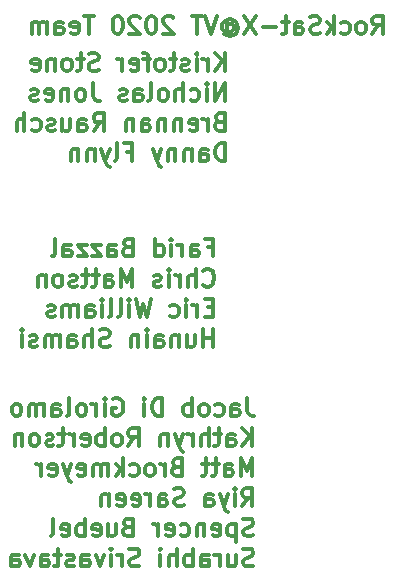
<source format=gbr>
G04 #@! TF.GenerationSoftware,KiCad,Pcbnew,(5.1.5)-3*
G04 #@! TF.CreationDate,2020-04-13T17:51:19-04:00*
G04 #@! TF.ProjectId,Deck_Plate_PCB,4465636b-5f50-46c6-9174-655f5043422e,A*
G04 #@! TF.SameCoordinates,Original*
G04 #@! TF.FileFunction,Legend,Bot*
G04 #@! TF.FilePolarity,Positive*
%FSLAX46Y46*%
G04 Gerber Fmt 4.6, Leading zero omitted, Abs format (unit mm)*
G04 Created by KiCad (PCBNEW (5.1.5)-3) date 2020-04-13 17:51:19*
%MOMM*%
%LPD*%
G04 APERTURE LIST*
%ADD10C,0.300000*%
G04 APERTURE END LIST*
D10*
X112810000Y-55108571D02*
X113310000Y-54394285D01*
X113667142Y-55108571D02*
X113667142Y-53608571D01*
X113095714Y-53608571D01*
X112952857Y-53680000D01*
X112881428Y-53751428D01*
X112810000Y-53894285D01*
X112810000Y-54108571D01*
X112881428Y-54251428D01*
X112952857Y-54322857D01*
X113095714Y-54394285D01*
X113667142Y-54394285D01*
X111952857Y-55108571D02*
X112095714Y-55037142D01*
X112167142Y-54965714D01*
X112238571Y-54822857D01*
X112238571Y-54394285D01*
X112167142Y-54251428D01*
X112095714Y-54180000D01*
X111952857Y-54108571D01*
X111738571Y-54108571D01*
X111595714Y-54180000D01*
X111524285Y-54251428D01*
X111452857Y-54394285D01*
X111452857Y-54822857D01*
X111524285Y-54965714D01*
X111595714Y-55037142D01*
X111738571Y-55108571D01*
X111952857Y-55108571D01*
X110167142Y-55037142D02*
X110310000Y-55108571D01*
X110595714Y-55108571D01*
X110738571Y-55037142D01*
X110810000Y-54965714D01*
X110881428Y-54822857D01*
X110881428Y-54394285D01*
X110810000Y-54251428D01*
X110738571Y-54180000D01*
X110595714Y-54108571D01*
X110310000Y-54108571D01*
X110167142Y-54180000D01*
X109524285Y-55108571D02*
X109524285Y-53608571D01*
X109381428Y-54537142D02*
X108952857Y-55108571D01*
X108952857Y-54108571D02*
X109524285Y-54680000D01*
X108381428Y-55037142D02*
X108167142Y-55108571D01*
X107810000Y-55108571D01*
X107667142Y-55037142D01*
X107595714Y-54965714D01*
X107524285Y-54822857D01*
X107524285Y-54680000D01*
X107595714Y-54537142D01*
X107667142Y-54465714D01*
X107810000Y-54394285D01*
X108095714Y-54322857D01*
X108238571Y-54251428D01*
X108310000Y-54180000D01*
X108381428Y-54037142D01*
X108381428Y-53894285D01*
X108310000Y-53751428D01*
X108238571Y-53680000D01*
X108095714Y-53608571D01*
X107738571Y-53608571D01*
X107524285Y-53680000D01*
X106238571Y-55108571D02*
X106238571Y-54322857D01*
X106310000Y-54180000D01*
X106452857Y-54108571D01*
X106738571Y-54108571D01*
X106881428Y-54180000D01*
X106238571Y-55037142D02*
X106381428Y-55108571D01*
X106738571Y-55108571D01*
X106881428Y-55037142D01*
X106952857Y-54894285D01*
X106952857Y-54751428D01*
X106881428Y-54608571D01*
X106738571Y-54537142D01*
X106381428Y-54537142D01*
X106238571Y-54465714D01*
X105738571Y-54108571D02*
X105167142Y-54108571D01*
X105524285Y-53608571D02*
X105524285Y-54894285D01*
X105452857Y-55037142D01*
X105310000Y-55108571D01*
X105167142Y-55108571D01*
X104667142Y-54537142D02*
X103524285Y-54537142D01*
X102952857Y-53608571D02*
X101952857Y-55108571D01*
X101952857Y-53608571D02*
X102952857Y-55108571D01*
X100452857Y-54394285D02*
X100524285Y-54322857D01*
X100667142Y-54251428D01*
X100810000Y-54251428D01*
X100952857Y-54322857D01*
X101024285Y-54394285D01*
X101095714Y-54537142D01*
X101095714Y-54680000D01*
X101024285Y-54822857D01*
X100952857Y-54894285D01*
X100810000Y-54965714D01*
X100667142Y-54965714D01*
X100524285Y-54894285D01*
X100452857Y-54822857D01*
X100452857Y-54251428D02*
X100452857Y-54822857D01*
X100381428Y-54894285D01*
X100310000Y-54894285D01*
X100167142Y-54822857D01*
X100095714Y-54680000D01*
X100095714Y-54322857D01*
X100238571Y-54108571D01*
X100452857Y-53965714D01*
X100738571Y-53894285D01*
X101024285Y-53965714D01*
X101238571Y-54108571D01*
X101381428Y-54322857D01*
X101452857Y-54608571D01*
X101381428Y-54894285D01*
X101238571Y-55108571D01*
X101024285Y-55251428D01*
X100738571Y-55322857D01*
X100452857Y-55251428D01*
X100238571Y-55108571D01*
X99667142Y-53608571D02*
X99167142Y-55108571D01*
X98667142Y-53608571D01*
X98381428Y-53608571D02*
X97524285Y-53608571D01*
X97952857Y-55108571D02*
X97952857Y-53608571D01*
X95952857Y-53751428D02*
X95881428Y-53680000D01*
X95738571Y-53608571D01*
X95381428Y-53608571D01*
X95238571Y-53680000D01*
X95167142Y-53751428D01*
X95095714Y-53894285D01*
X95095714Y-54037142D01*
X95167142Y-54251428D01*
X96024285Y-55108571D01*
X95095714Y-55108571D01*
X94167142Y-53608571D02*
X94024285Y-53608571D01*
X93881428Y-53680000D01*
X93810000Y-53751428D01*
X93738571Y-53894285D01*
X93667142Y-54180000D01*
X93667142Y-54537142D01*
X93738571Y-54822857D01*
X93810000Y-54965714D01*
X93881428Y-55037142D01*
X94024285Y-55108571D01*
X94167142Y-55108571D01*
X94310000Y-55037142D01*
X94381428Y-54965714D01*
X94452857Y-54822857D01*
X94524285Y-54537142D01*
X94524285Y-54180000D01*
X94452857Y-53894285D01*
X94381428Y-53751428D01*
X94310000Y-53680000D01*
X94167142Y-53608571D01*
X93095714Y-53751428D02*
X93024285Y-53680000D01*
X92881428Y-53608571D01*
X92524285Y-53608571D01*
X92381428Y-53680000D01*
X92310000Y-53751428D01*
X92238571Y-53894285D01*
X92238571Y-54037142D01*
X92310000Y-54251428D01*
X93167142Y-55108571D01*
X92238571Y-55108571D01*
X91310000Y-53608571D02*
X91167142Y-53608571D01*
X91024285Y-53680000D01*
X90952857Y-53751428D01*
X90881428Y-53894285D01*
X90810000Y-54180000D01*
X90810000Y-54537142D01*
X90881428Y-54822857D01*
X90952857Y-54965714D01*
X91024285Y-55037142D01*
X91167142Y-55108571D01*
X91310000Y-55108571D01*
X91452857Y-55037142D01*
X91524285Y-54965714D01*
X91595714Y-54822857D01*
X91667142Y-54537142D01*
X91667142Y-54180000D01*
X91595714Y-53894285D01*
X91524285Y-53751428D01*
X91452857Y-53680000D01*
X91310000Y-53608571D01*
X89238571Y-53608571D02*
X88381428Y-53608571D01*
X88810000Y-55108571D02*
X88810000Y-53608571D01*
X87310000Y-55037142D02*
X87452857Y-55108571D01*
X87738571Y-55108571D01*
X87881428Y-55037142D01*
X87952857Y-54894285D01*
X87952857Y-54322857D01*
X87881428Y-54180000D01*
X87738571Y-54108571D01*
X87452857Y-54108571D01*
X87310000Y-54180000D01*
X87238571Y-54322857D01*
X87238571Y-54465714D01*
X87952857Y-54608571D01*
X85952857Y-55108571D02*
X85952857Y-54322857D01*
X86024285Y-54180000D01*
X86167142Y-54108571D01*
X86452857Y-54108571D01*
X86595714Y-54180000D01*
X85952857Y-55037142D02*
X86095714Y-55108571D01*
X86452857Y-55108571D01*
X86595714Y-55037142D01*
X86667142Y-54894285D01*
X86667142Y-54751428D01*
X86595714Y-54608571D01*
X86452857Y-54537142D01*
X86095714Y-54537142D01*
X85952857Y-54465714D01*
X85238571Y-55108571D02*
X85238571Y-54108571D01*
X85238571Y-54251428D02*
X85167142Y-54180000D01*
X85024285Y-54108571D01*
X84810000Y-54108571D01*
X84667142Y-54180000D01*
X84595714Y-54322857D01*
X84595714Y-55108571D01*
X84595714Y-54322857D02*
X84524285Y-54180000D01*
X84381428Y-54108571D01*
X84167142Y-54108571D01*
X84024285Y-54180000D01*
X83952857Y-54322857D01*
X83952857Y-55108571D01*
X102219285Y-85963571D02*
X102219285Y-87035000D01*
X102290714Y-87249285D01*
X102433571Y-87392142D01*
X102647857Y-87463571D01*
X102790714Y-87463571D01*
X100862142Y-87463571D02*
X100862142Y-86677857D01*
X100933571Y-86535000D01*
X101076428Y-86463571D01*
X101362142Y-86463571D01*
X101505000Y-86535000D01*
X100862142Y-87392142D02*
X101005000Y-87463571D01*
X101362142Y-87463571D01*
X101505000Y-87392142D01*
X101576428Y-87249285D01*
X101576428Y-87106428D01*
X101505000Y-86963571D01*
X101362142Y-86892142D01*
X101005000Y-86892142D01*
X100862142Y-86820714D01*
X99505000Y-87392142D02*
X99647857Y-87463571D01*
X99933571Y-87463571D01*
X100076428Y-87392142D01*
X100147857Y-87320714D01*
X100219285Y-87177857D01*
X100219285Y-86749285D01*
X100147857Y-86606428D01*
X100076428Y-86535000D01*
X99933571Y-86463571D01*
X99647857Y-86463571D01*
X99505000Y-86535000D01*
X98647857Y-87463571D02*
X98790714Y-87392142D01*
X98862142Y-87320714D01*
X98933571Y-87177857D01*
X98933571Y-86749285D01*
X98862142Y-86606428D01*
X98790714Y-86535000D01*
X98647857Y-86463571D01*
X98433571Y-86463571D01*
X98290714Y-86535000D01*
X98219285Y-86606428D01*
X98147857Y-86749285D01*
X98147857Y-87177857D01*
X98219285Y-87320714D01*
X98290714Y-87392142D01*
X98433571Y-87463571D01*
X98647857Y-87463571D01*
X97505000Y-87463571D02*
X97505000Y-85963571D01*
X97505000Y-86535000D02*
X97362142Y-86463571D01*
X97076428Y-86463571D01*
X96933571Y-86535000D01*
X96862142Y-86606428D01*
X96790714Y-86749285D01*
X96790714Y-87177857D01*
X96862142Y-87320714D01*
X96933571Y-87392142D01*
X97076428Y-87463571D01*
X97362142Y-87463571D01*
X97505000Y-87392142D01*
X95005000Y-87463571D02*
X95005000Y-85963571D01*
X94647857Y-85963571D01*
X94433571Y-86035000D01*
X94290714Y-86177857D01*
X94219285Y-86320714D01*
X94147857Y-86606428D01*
X94147857Y-86820714D01*
X94219285Y-87106428D01*
X94290714Y-87249285D01*
X94433571Y-87392142D01*
X94647857Y-87463571D01*
X95005000Y-87463571D01*
X93505000Y-87463571D02*
X93505000Y-86463571D01*
X93505000Y-85963571D02*
X93576428Y-86035000D01*
X93505000Y-86106428D01*
X93433571Y-86035000D01*
X93505000Y-85963571D01*
X93505000Y-86106428D01*
X90862142Y-86035000D02*
X91005000Y-85963571D01*
X91219285Y-85963571D01*
X91433571Y-86035000D01*
X91576428Y-86177857D01*
X91647857Y-86320714D01*
X91719285Y-86606428D01*
X91719285Y-86820714D01*
X91647857Y-87106428D01*
X91576428Y-87249285D01*
X91433571Y-87392142D01*
X91219285Y-87463571D01*
X91076428Y-87463571D01*
X90862142Y-87392142D01*
X90790714Y-87320714D01*
X90790714Y-86820714D01*
X91076428Y-86820714D01*
X90147857Y-87463571D02*
X90147857Y-86463571D01*
X90147857Y-85963571D02*
X90219285Y-86035000D01*
X90147857Y-86106428D01*
X90076428Y-86035000D01*
X90147857Y-85963571D01*
X90147857Y-86106428D01*
X89433571Y-87463571D02*
X89433571Y-86463571D01*
X89433571Y-86749285D02*
X89362142Y-86606428D01*
X89290714Y-86535000D01*
X89147857Y-86463571D01*
X89005000Y-86463571D01*
X88290714Y-87463571D02*
X88433571Y-87392142D01*
X88505000Y-87320714D01*
X88576428Y-87177857D01*
X88576428Y-86749285D01*
X88505000Y-86606428D01*
X88433571Y-86535000D01*
X88290714Y-86463571D01*
X88076428Y-86463571D01*
X87933571Y-86535000D01*
X87862142Y-86606428D01*
X87790714Y-86749285D01*
X87790714Y-87177857D01*
X87862142Y-87320714D01*
X87933571Y-87392142D01*
X88076428Y-87463571D01*
X88290714Y-87463571D01*
X86933571Y-87463571D02*
X87076428Y-87392142D01*
X87147857Y-87249285D01*
X87147857Y-85963571D01*
X85719285Y-87463571D02*
X85719285Y-86677857D01*
X85790714Y-86535000D01*
X85933571Y-86463571D01*
X86219285Y-86463571D01*
X86362142Y-86535000D01*
X85719285Y-87392142D02*
X85862142Y-87463571D01*
X86219285Y-87463571D01*
X86362142Y-87392142D01*
X86433571Y-87249285D01*
X86433571Y-87106428D01*
X86362142Y-86963571D01*
X86219285Y-86892142D01*
X85862142Y-86892142D01*
X85719285Y-86820714D01*
X85005000Y-87463571D02*
X85005000Y-86463571D01*
X85005000Y-86606428D02*
X84933571Y-86535000D01*
X84790714Y-86463571D01*
X84576428Y-86463571D01*
X84433571Y-86535000D01*
X84362142Y-86677857D01*
X84362142Y-87463571D01*
X84362142Y-86677857D02*
X84290714Y-86535000D01*
X84147857Y-86463571D01*
X83933571Y-86463571D01*
X83790714Y-86535000D01*
X83719285Y-86677857D01*
X83719285Y-87463571D01*
X82790714Y-87463571D02*
X82933571Y-87392142D01*
X83005000Y-87320714D01*
X83076428Y-87177857D01*
X83076428Y-86749285D01*
X83005000Y-86606428D01*
X82933571Y-86535000D01*
X82790714Y-86463571D01*
X82576428Y-86463571D01*
X82433571Y-86535000D01*
X82362142Y-86606428D01*
X82290714Y-86749285D01*
X82290714Y-87177857D01*
X82362142Y-87320714D01*
X82433571Y-87392142D01*
X82576428Y-87463571D01*
X82790714Y-87463571D01*
X102647857Y-90013571D02*
X102647857Y-88513571D01*
X101790714Y-90013571D02*
X102433571Y-89156428D01*
X101790714Y-88513571D02*
X102647857Y-89370714D01*
X100505000Y-90013571D02*
X100505000Y-89227857D01*
X100576428Y-89085000D01*
X100719285Y-89013571D01*
X101005000Y-89013571D01*
X101147857Y-89085000D01*
X100505000Y-89942142D02*
X100647857Y-90013571D01*
X101005000Y-90013571D01*
X101147857Y-89942142D01*
X101219285Y-89799285D01*
X101219285Y-89656428D01*
X101147857Y-89513571D01*
X101005000Y-89442142D01*
X100647857Y-89442142D01*
X100505000Y-89370714D01*
X100005000Y-89013571D02*
X99433571Y-89013571D01*
X99790714Y-88513571D02*
X99790714Y-89799285D01*
X99719285Y-89942142D01*
X99576428Y-90013571D01*
X99433571Y-90013571D01*
X98933571Y-90013571D02*
X98933571Y-88513571D01*
X98290714Y-90013571D02*
X98290714Y-89227857D01*
X98362142Y-89085000D01*
X98504999Y-89013571D01*
X98719285Y-89013571D01*
X98862142Y-89085000D01*
X98933571Y-89156428D01*
X97576428Y-90013571D02*
X97576428Y-89013571D01*
X97576428Y-89299285D02*
X97504999Y-89156428D01*
X97433571Y-89085000D01*
X97290714Y-89013571D01*
X97147857Y-89013571D01*
X96790714Y-89013571D02*
X96433571Y-90013571D01*
X96076428Y-89013571D02*
X96433571Y-90013571D01*
X96576428Y-90370714D01*
X96647857Y-90442142D01*
X96790714Y-90513571D01*
X95504999Y-89013571D02*
X95504999Y-90013571D01*
X95504999Y-89156428D02*
X95433571Y-89085000D01*
X95290714Y-89013571D01*
X95076428Y-89013571D01*
X94933571Y-89085000D01*
X94862142Y-89227857D01*
X94862142Y-90013571D01*
X92147857Y-90013571D02*
X92647857Y-89299285D01*
X93004999Y-90013571D02*
X93004999Y-88513571D01*
X92433571Y-88513571D01*
X92290714Y-88585000D01*
X92219285Y-88656428D01*
X92147857Y-88799285D01*
X92147857Y-89013571D01*
X92219285Y-89156428D01*
X92290714Y-89227857D01*
X92433571Y-89299285D01*
X93004999Y-89299285D01*
X91290714Y-90013571D02*
X91433571Y-89942142D01*
X91504999Y-89870714D01*
X91576428Y-89727857D01*
X91576428Y-89299285D01*
X91504999Y-89156428D01*
X91433571Y-89085000D01*
X91290714Y-89013571D01*
X91076428Y-89013571D01*
X90933571Y-89085000D01*
X90862142Y-89156428D01*
X90790714Y-89299285D01*
X90790714Y-89727857D01*
X90862142Y-89870714D01*
X90933571Y-89942142D01*
X91076428Y-90013571D01*
X91290714Y-90013571D01*
X90147857Y-90013571D02*
X90147857Y-88513571D01*
X90147857Y-89085000D02*
X90004999Y-89013571D01*
X89719285Y-89013571D01*
X89576428Y-89085000D01*
X89504999Y-89156428D01*
X89433571Y-89299285D01*
X89433571Y-89727857D01*
X89504999Y-89870714D01*
X89576428Y-89942142D01*
X89719285Y-90013571D01*
X90004999Y-90013571D01*
X90147857Y-89942142D01*
X88219285Y-89942142D02*
X88362142Y-90013571D01*
X88647857Y-90013571D01*
X88790714Y-89942142D01*
X88862142Y-89799285D01*
X88862142Y-89227857D01*
X88790714Y-89085000D01*
X88647857Y-89013571D01*
X88362142Y-89013571D01*
X88219285Y-89085000D01*
X88147857Y-89227857D01*
X88147857Y-89370714D01*
X88862142Y-89513571D01*
X87504999Y-90013571D02*
X87504999Y-89013571D01*
X87504999Y-89299285D02*
X87433571Y-89156428D01*
X87362142Y-89085000D01*
X87219285Y-89013571D01*
X87076428Y-89013571D01*
X86790714Y-89013571D02*
X86219285Y-89013571D01*
X86576428Y-88513571D02*
X86576428Y-89799285D01*
X86504999Y-89942142D01*
X86362142Y-90013571D01*
X86219285Y-90013571D01*
X85790714Y-89942142D02*
X85647857Y-90013571D01*
X85362142Y-90013571D01*
X85219285Y-89942142D01*
X85147857Y-89799285D01*
X85147857Y-89727857D01*
X85219285Y-89585000D01*
X85362142Y-89513571D01*
X85576428Y-89513571D01*
X85719285Y-89442142D01*
X85790714Y-89299285D01*
X85790714Y-89227857D01*
X85719285Y-89085000D01*
X85576428Y-89013571D01*
X85362142Y-89013571D01*
X85219285Y-89085000D01*
X84290714Y-90013571D02*
X84433571Y-89942142D01*
X84504999Y-89870714D01*
X84576428Y-89727857D01*
X84576428Y-89299285D01*
X84504999Y-89156428D01*
X84433571Y-89085000D01*
X84290714Y-89013571D01*
X84076428Y-89013571D01*
X83933571Y-89085000D01*
X83862142Y-89156428D01*
X83790714Y-89299285D01*
X83790714Y-89727857D01*
X83862142Y-89870714D01*
X83933571Y-89942142D01*
X84076428Y-90013571D01*
X84290714Y-90013571D01*
X83147857Y-89013571D02*
X83147857Y-90013571D01*
X83147857Y-89156428D02*
X83076428Y-89085000D01*
X82933571Y-89013571D01*
X82719285Y-89013571D01*
X82576428Y-89085000D01*
X82504999Y-89227857D01*
X82504999Y-90013571D01*
X102647857Y-92563571D02*
X102647857Y-91063571D01*
X102147857Y-92135000D01*
X101647857Y-91063571D01*
X101647857Y-92563571D01*
X100290714Y-92563571D02*
X100290714Y-91777857D01*
X100362142Y-91635000D01*
X100505000Y-91563571D01*
X100790714Y-91563571D01*
X100933571Y-91635000D01*
X100290714Y-92492142D02*
X100433571Y-92563571D01*
X100790714Y-92563571D01*
X100933571Y-92492142D01*
X101005000Y-92349285D01*
X101005000Y-92206428D01*
X100933571Y-92063571D01*
X100790714Y-91992142D01*
X100433571Y-91992142D01*
X100290714Y-91920714D01*
X99790714Y-91563571D02*
X99219285Y-91563571D01*
X99576428Y-91063571D02*
X99576428Y-92349285D01*
X99505000Y-92492142D01*
X99362142Y-92563571D01*
X99219285Y-92563571D01*
X98933571Y-91563571D02*
X98362142Y-91563571D01*
X98719285Y-91063571D02*
X98719285Y-92349285D01*
X98647857Y-92492142D01*
X98505000Y-92563571D01*
X98362142Y-92563571D01*
X96219285Y-91777857D02*
X96005000Y-91849285D01*
X95933571Y-91920714D01*
X95862142Y-92063571D01*
X95862142Y-92277857D01*
X95933571Y-92420714D01*
X96005000Y-92492142D01*
X96147857Y-92563571D01*
X96719285Y-92563571D01*
X96719285Y-91063571D01*
X96219285Y-91063571D01*
X96076428Y-91135000D01*
X96005000Y-91206428D01*
X95933571Y-91349285D01*
X95933571Y-91492142D01*
X96005000Y-91635000D01*
X96076428Y-91706428D01*
X96219285Y-91777857D01*
X96719285Y-91777857D01*
X95219285Y-92563571D02*
X95219285Y-91563571D01*
X95219285Y-91849285D02*
X95147857Y-91706428D01*
X95076428Y-91635000D01*
X94933571Y-91563571D01*
X94790714Y-91563571D01*
X94076428Y-92563571D02*
X94219285Y-92492142D01*
X94290714Y-92420714D01*
X94362142Y-92277857D01*
X94362142Y-91849285D01*
X94290714Y-91706428D01*
X94219285Y-91635000D01*
X94076428Y-91563571D01*
X93862142Y-91563571D01*
X93719285Y-91635000D01*
X93647857Y-91706428D01*
X93576428Y-91849285D01*
X93576428Y-92277857D01*
X93647857Y-92420714D01*
X93719285Y-92492142D01*
X93862142Y-92563571D01*
X94076428Y-92563571D01*
X92290714Y-92492142D02*
X92433571Y-92563571D01*
X92719285Y-92563571D01*
X92862142Y-92492142D01*
X92933571Y-92420714D01*
X93005000Y-92277857D01*
X93005000Y-91849285D01*
X92933571Y-91706428D01*
X92862142Y-91635000D01*
X92719285Y-91563571D01*
X92433571Y-91563571D01*
X92290714Y-91635000D01*
X91647857Y-92563571D02*
X91647857Y-91063571D01*
X91505000Y-91992142D02*
X91076428Y-92563571D01*
X91076428Y-91563571D02*
X91647857Y-92135000D01*
X90433571Y-92563571D02*
X90433571Y-91563571D01*
X90433571Y-91706428D02*
X90362142Y-91635000D01*
X90219285Y-91563571D01*
X90005000Y-91563571D01*
X89862142Y-91635000D01*
X89790714Y-91777857D01*
X89790714Y-92563571D01*
X89790714Y-91777857D02*
X89719285Y-91635000D01*
X89576428Y-91563571D01*
X89362142Y-91563571D01*
X89219285Y-91635000D01*
X89147857Y-91777857D01*
X89147857Y-92563571D01*
X87862142Y-92492142D02*
X88005000Y-92563571D01*
X88290714Y-92563571D01*
X88433571Y-92492142D01*
X88505000Y-92349285D01*
X88505000Y-91777857D01*
X88433571Y-91635000D01*
X88290714Y-91563571D01*
X88005000Y-91563571D01*
X87862142Y-91635000D01*
X87790714Y-91777857D01*
X87790714Y-91920714D01*
X88505000Y-92063571D01*
X87290714Y-91563571D02*
X86933571Y-92563571D01*
X86576428Y-91563571D02*
X86933571Y-92563571D01*
X87076428Y-92920714D01*
X87147857Y-92992142D01*
X87290714Y-93063571D01*
X85433571Y-92492142D02*
X85576428Y-92563571D01*
X85862142Y-92563571D01*
X86005000Y-92492142D01*
X86076428Y-92349285D01*
X86076428Y-91777857D01*
X86005000Y-91635000D01*
X85862142Y-91563571D01*
X85576428Y-91563571D01*
X85433571Y-91635000D01*
X85362142Y-91777857D01*
X85362142Y-91920714D01*
X86076428Y-92063571D01*
X84719285Y-92563571D02*
X84719285Y-91563571D01*
X84719285Y-91849285D02*
X84647857Y-91706428D01*
X84576428Y-91635000D01*
X84433571Y-91563571D01*
X84290714Y-91563571D01*
X101790714Y-95113571D02*
X102290714Y-94399285D01*
X102647857Y-95113571D02*
X102647857Y-93613571D01*
X102076428Y-93613571D01*
X101933571Y-93685000D01*
X101862142Y-93756428D01*
X101790714Y-93899285D01*
X101790714Y-94113571D01*
X101862142Y-94256428D01*
X101933571Y-94327857D01*
X102076428Y-94399285D01*
X102647857Y-94399285D01*
X101147857Y-95113571D02*
X101147857Y-94113571D01*
X101147857Y-93613571D02*
X101219285Y-93685000D01*
X101147857Y-93756428D01*
X101076428Y-93685000D01*
X101147857Y-93613571D01*
X101147857Y-93756428D01*
X100576428Y-94113571D02*
X100219285Y-95113571D01*
X99862142Y-94113571D02*
X100219285Y-95113571D01*
X100362142Y-95470714D01*
X100433571Y-95542142D01*
X100576428Y-95613571D01*
X98647857Y-95113571D02*
X98647857Y-94327857D01*
X98719285Y-94185000D01*
X98862142Y-94113571D01*
X99147857Y-94113571D01*
X99290714Y-94185000D01*
X98647857Y-95042142D02*
X98790714Y-95113571D01*
X99147857Y-95113571D01*
X99290714Y-95042142D01*
X99362142Y-94899285D01*
X99362142Y-94756428D01*
X99290714Y-94613571D01*
X99147857Y-94542142D01*
X98790714Y-94542142D01*
X98647857Y-94470714D01*
X96862142Y-95042142D02*
X96647857Y-95113571D01*
X96290714Y-95113571D01*
X96147857Y-95042142D01*
X96076428Y-94970714D01*
X96005000Y-94827857D01*
X96005000Y-94685000D01*
X96076428Y-94542142D01*
X96147857Y-94470714D01*
X96290714Y-94399285D01*
X96576428Y-94327857D01*
X96719285Y-94256428D01*
X96790714Y-94185000D01*
X96862142Y-94042142D01*
X96862142Y-93899285D01*
X96790714Y-93756428D01*
X96719285Y-93685000D01*
X96576428Y-93613571D01*
X96219285Y-93613571D01*
X96005000Y-93685000D01*
X94719285Y-95113571D02*
X94719285Y-94327857D01*
X94790714Y-94185000D01*
X94933571Y-94113571D01*
X95219285Y-94113571D01*
X95362142Y-94185000D01*
X94719285Y-95042142D02*
X94862142Y-95113571D01*
X95219285Y-95113571D01*
X95362142Y-95042142D01*
X95433571Y-94899285D01*
X95433571Y-94756428D01*
X95362142Y-94613571D01*
X95219285Y-94542142D01*
X94862142Y-94542142D01*
X94719285Y-94470714D01*
X94005000Y-95113571D02*
X94005000Y-94113571D01*
X94005000Y-94399285D02*
X93933571Y-94256428D01*
X93862142Y-94185000D01*
X93719285Y-94113571D01*
X93576428Y-94113571D01*
X92505000Y-95042142D02*
X92647857Y-95113571D01*
X92933571Y-95113571D01*
X93076428Y-95042142D01*
X93147857Y-94899285D01*
X93147857Y-94327857D01*
X93076428Y-94185000D01*
X92933571Y-94113571D01*
X92647857Y-94113571D01*
X92505000Y-94185000D01*
X92433571Y-94327857D01*
X92433571Y-94470714D01*
X93147857Y-94613571D01*
X91219285Y-95042142D02*
X91362142Y-95113571D01*
X91647857Y-95113571D01*
X91790714Y-95042142D01*
X91862142Y-94899285D01*
X91862142Y-94327857D01*
X91790714Y-94185000D01*
X91647857Y-94113571D01*
X91362142Y-94113571D01*
X91219285Y-94185000D01*
X91147857Y-94327857D01*
X91147857Y-94470714D01*
X91862142Y-94613571D01*
X90505000Y-94113571D02*
X90505000Y-95113571D01*
X90505000Y-94256428D02*
X90433571Y-94185000D01*
X90290714Y-94113571D01*
X90076428Y-94113571D01*
X89933571Y-94185000D01*
X89862142Y-94327857D01*
X89862142Y-95113571D01*
X102719285Y-97592142D02*
X102505000Y-97663571D01*
X102147857Y-97663571D01*
X102005000Y-97592142D01*
X101933571Y-97520714D01*
X101862142Y-97377857D01*
X101862142Y-97235000D01*
X101933571Y-97092142D01*
X102005000Y-97020714D01*
X102147857Y-96949285D01*
X102433571Y-96877857D01*
X102576428Y-96806428D01*
X102647857Y-96735000D01*
X102719285Y-96592142D01*
X102719285Y-96449285D01*
X102647857Y-96306428D01*
X102576428Y-96235000D01*
X102433571Y-96163571D01*
X102076428Y-96163571D01*
X101862142Y-96235000D01*
X101219285Y-96663571D02*
X101219285Y-98163571D01*
X101219285Y-96735000D02*
X101076428Y-96663571D01*
X100790714Y-96663571D01*
X100647857Y-96735000D01*
X100576428Y-96806428D01*
X100505000Y-96949285D01*
X100505000Y-97377857D01*
X100576428Y-97520714D01*
X100647857Y-97592142D01*
X100790714Y-97663571D01*
X101076428Y-97663571D01*
X101219285Y-97592142D01*
X99290714Y-97592142D02*
X99433571Y-97663571D01*
X99719285Y-97663571D01*
X99862142Y-97592142D01*
X99933571Y-97449285D01*
X99933571Y-96877857D01*
X99862142Y-96735000D01*
X99719285Y-96663571D01*
X99433571Y-96663571D01*
X99290714Y-96735000D01*
X99219285Y-96877857D01*
X99219285Y-97020714D01*
X99933571Y-97163571D01*
X98576428Y-96663571D02*
X98576428Y-97663571D01*
X98576428Y-96806428D02*
X98505000Y-96735000D01*
X98362142Y-96663571D01*
X98147857Y-96663571D01*
X98005000Y-96735000D01*
X97933571Y-96877857D01*
X97933571Y-97663571D01*
X96576428Y-97592142D02*
X96719285Y-97663571D01*
X97005000Y-97663571D01*
X97147857Y-97592142D01*
X97219285Y-97520714D01*
X97290714Y-97377857D01*
X97290714Y-96949285D01*
X97219285Y-96806428D01*
X97147857Y-96735000D01*
X97005000Y-96663571D01*
X96719285Y-96663571D01*
X96576428Y-96735000D01*
X95362142Y-97592142D02*
X95505000Y-97663571D01*
X95790714Y-97663571D01*
X95933571Y-97592142D01*
X96005000Y-97449285D01*
X96005000Y-96877857D01*
X95933571Y-96735000D01*
X95790714Y-96663571D01*
X95505000Y-96663571D01*
X95362142Y-96735000D01*
X95290714Y-96877857D01*
X95290714Y-97020714D01*
X96005000Y-97163571D01*
X94647857Y-97663571D02*
X94647857Y-96663571D01*
X94647857Y-96949285D02*
X94576428Y-96806428D01*
X94505000Y-96735000D01*
X94362142Y-96663571D01*
X94219285Y-96663571D01*
X92076428Y-96877857D02*
X91862142Y-96949285D01*
X91790714Y-97020714D01*
X91719285Y-97163571D01*
X91719285Y-97377857D01*
X91790714Y-97520714D01*
X91862142Y-97592142D01*
X92005000Y-97663571D01*
X92576428Y-97663571D01*
X92576428Y-96163571D01*
X92076428Y-96163571D01*
X91933571Y-96235000D01*
X91862142Y-96306428D01*
X91790714Y-96449285D01*
X91790714Y-96592142D01*
X91862142Y-96735000D01*
X91933571Y-96806428D01*
X92076428Y-96877857D01*
X92576428Y-96877857D01*
X90433571Y-96663571D02*
X90433571Y-97663571D01*
X91076428Y-96663571D02*
X91076428Y-97449285D01*
X91005000Y-97592142D01*
X90862142Y-97663571D01*
X90647857Y-97663571D01*
X90505000Y-97592142D01*
X90433571Y-97520714D01*
X89147857Y-97592142D02*
X89290714Y-97663571D01*
X89576428Y-97663571D01*
X89719285Y-97592142D01*
X89790714Y-97449285D01*
X89790714Y-96877857D01*
X89719285Y-96735000D01*
X89576428Y-96663571D01*
X89290714Y-96663571D01*
X89147857Y-96735000D01*
X89076428Y-96877857D01*
X89076428Y-97020714D01*
X89790714Y-97163571D01*
X88433571Y-97663571D02*
X88433571Y-96163571D01*
X88433571Y-96735000D02*
X88290714Y-96663571D01*
X88005000Y-96663571D01*
X87862142Y-96735000D01*
X87790714Y-96806428D01*
X87719285Y-96949285D01*
X87719285Y-97377857D01*
X87790714Y-97520714D01*
X87862142Y-97592142D01*
X88005000Y-97663571D01*
X88290714Y-97663571D01*
X88433571Y-97592142D01*
X86505000Y-97592142D02*
X86647857Y-97663571D01*
X86933571Y-97663571D01*
X87076428Y-97592142D01*
X87147857Y-97449285D01*
X87147857Y-96877857D01*
X87076428Y-96735000D01*
X86933571Y-96663571D01*
X86647857Y-96663571D01*
X86505000Y-96735000D01*
X86433571Y-96877857D01*
X86433571Y-97020714D01*
X87147857Y-97163571D01*
X85576428Y-97663571D02*
X85719285Y-97592142D01*
X85790714Y-97449285D01*
X85790714Y-96163571D01*
X102719285Y-100142142D02*
X102505000Y-100213571D01*
X102147857Y-100213571D01*
X102005000Y-100142142D01*
X101933571Y-100070714D01*
X101862142Y-99927857D01*
X101862142Y-99785000D01*
X101933571Y-99642142D01*
X102005000Y-99570714D01*
X102147857Y-99499285D01*
X102433571Y-99427857D01*
X102576428Y-99356428D01*
X102647857Y-99285000D01*
X102719285Y-99142142D01*
X102719285Y-98999285D01*
X102647857Y-98856428D01*
X102576428Y-98785000D01*
X102433571Y-98713571D01*
X102076428Y-98713571D01*
X101862142Y-98785000D01*
X100576428Y-99213571D02*
X100576428Y-100213571D01*
X101219285Y-99213571D02*
X101219285Y-99999285D01*
X101147857Y-100142142D01*
X101005000Y-100213571D01*
X100790714Y-100213571D01*
X100647857Y-100142142D01*
X100576428Y-100070714D01*
X99862142Y-100213571D02*
X99862142Y-99213571D01*
X99862142Y-99499285D02*
X99790714Y-99356428D01*
X99719285Y-99285000D01*
X99576428Y-99213571D01*
X99433571Y-99213571D01*
X98290714Y-100213571D02*
X98290714Y-99427857D01*
X98362142Y-99285000D01*
X98505000Y-99213571D01*
X98790714Y-99213571D01*
X98933571Y-99285000D01*
X98290714Y-100142142D02*
X98433571Y-100213571D01*
X98790714Y-100213571D01*
X98933571Y-100142142D01*
X99005000Y-99999285D01*
X99005000Y-99856428D01*
X98933571Y-99713571D01*
X98790714Y-99642142D01*
X98433571Y-99642142D01*
X98290714Y-99570714D01*
X97576428Y-100213571D02*
X97576428Y-98713571D01*
X97576428Y-99285000D02*
X97433571Y-99213571D01*
X97147857Y-99213571D01*
X97005000Y-99285000D01*
X96933571Y-99356428D01*
X96862142Y-99499285D01*
X96862142Y-99927857D01*
X96933571Y-100070714D01*
X97005000Y-100142142D01*
X97147857Y-100213571D01*
X97433571Y-100213571D01*
X97576428Y-100142142D01*
X96219285Y-100213571D02*
X96219285Y-98713571D01*
X95576428Y-100213571D02*
X95576428Y-99427857D01*
X95647857Y-99285000D01*
X95790714Y-99213571D01*
X96005000Y-99213571D01*
X96147857Y-99285000D01*
X96219285Y-99356428D01*
X94862142Y-100213571D02*
X94862142Y-99213571D01*
X94862142Y-98713571D02*
X94933571Y-98785000D01*
X94862142Y-98856428D01*
X94790714Y-98785000D01*
X94862142Y-98713571D01*
X94862142Y-98856428D01*
X93076428Y-100142142D02*
X92862142Y-100213571D01*
X92505000Y-100213571D01*
X92362142Y-100142142D01*
X92290714Y-100070714D01*
X92219285Y-99927857D01*
X92219285Y-99785000D01*
X92290714Y-99642142D01*
X92362142Y-99570714D01*
X92505000Y-99499285D01*
X92790714Y-99427857D01*
X92933571Y-99356428D01*
X93005000Y-99285000D01*
X93076428Y-99142142D01*
X93076428Y-98999285D01*
X93005000Y-98856428D01*
X92933571Y-98785000D01*
X92790714Y-98713571D01*
X92433571Y-98713571D01*
X92219285Y-98785000D01*
X91576428Y-100213571D02*
X91576428Y-99213571D01*
X91576428Y-99499285D02*
X91505000Y-99356428D01*
X91433571Y-99285000D01*
X91290714Y-99213571D01*
X91147857Y-99213571D01*
X90647857Y-100213571D02*
X90647857Y-99213571D01*
X90647857Y-98713571D02*
X90719285Y-98785000D01*
X90647857Y-98856428D01*
X90576428Y-98785000D01*
X90647857Y-98713571D01*
X90647857Y-98856428D01*
X90076428Y-99213571D02*
X89719285Y-100213571D01*
X89362142Y-99213571D01*
X88147857Y-100213571D02*
X88147857Y-99427857D01*
X88219285Y-99285000D01*
X88362142Y-99213571D01*
X88647857Y-99213571D01*
X88790714Y-99285000D01*
X88147857Y-100142142D02*
X88290714Y-100213571D01*
X88647857Y-100213571D01*
X88790714Y-100142142D01*
X88862142Y-99999285D01*
X88862142Y-99856428D01*
X88790714Y-99713571D01*
X88647857Y-99642142D01*
X88290714Y-99642142D01*
X88147857Y-99570714D01*
X87505000Y-100142142D02*
X87362142Y-100213571D01*
X87076428Y-100213571D01*
X86933571Y-100142142D01*
X86862142Y-99999285D01*
X86862142Y-99927857D01*
X86933571Y-99785000D01*
X87076428Y-99713571D01*
X87290714Y-99713571D01*
X87433571Y-99642142D01*
X87505000Y-99499285D01*
X87505000Y-99427857D01*
X87433571Y-99285000D01*
X87290714Y-99213571D01*
X87076428Y-99213571D01*
X86933571Y-99285000D01*
X86433571Y-99213571D02*
X85862142Y-99213571D01*
X86219285Y-98713571D02*
X86219285Y-99999285D01*
X86147857Y-100142142D01*
X86005000Y-100213571D01*
X85862142Y-100213571D01*
X84719285Y-100213571D02*
X84719285Y-99427857D01*
X84790714Y-99285000D01*
X84933571Y-99213571D01*
X85219285Y-99213571D01*
X85362142Y-99285000D01*
X84719285Y-100142142D02*
X84862142Y-100213571D01*
X85219285Y-100213571D01*
X85362142Y-100142142D01*
X85433571Y-99999285D01*
X85433571Y-99856428D01*
X85362142Y-99713571D01*
X85219285Y-99642142D01*
X84862142Y-99642142D01*
X84719285Y-99570714D01*
X84147857Y-99213571D02*
X83790714Y-100213571D01*
X83433571Y-99213571D01*
X82219285Y-100213571D02*
X82219285Y-99427857D01*
X82290714Y-99285000D01*
X82433571Y-99213571D01*
X82719285Y-99213571D01*
X82862142Y-99285000D01*
X82219285Y-100142142D02*
X82362142Y-100213571D01*
X82719285Y-100213571D01*
X82862142Y-100142142D01*
X82933571Y-99999285D01*
X82933571Y-99856428D01*
X82862142Y-99713571D01*
X82719285Y-99642142D01*
X82362142Y-99642142D01*
X82219285Y-99570714D01*
X98847857Y-73187857D02*
X99347857Y-73187857D01*
X99347857Y-73973571D02*
X99347857Y-72473571D01*
X98633571Y-72473571D01*
X97419285Y-73973571D02*
X97419285Y-73187857D01*
X97490714Y-73045000D01*
X97633571Y-72973571D01*
X97919285Y-72973571D01*
X98062142Y-73045000D01*
X97419285Y-73902142D02*
X97562142Y-73973571D01*
X97919285Y-73973571D01*
X98062142Y-73902142D01*
X98133571Y-73759285D01*
X98133571Y-73616428D01*
X98062142Y-73473571D01*
X97919285Y-73402142D01*
X97562142Y-73402142D01*
X97419285Y-73330714D01*
X96705000Y-73973571D02*
X96705000Y-72973571D01*
X96705000Y-73259285D02*
X96633571Y-73116428D01*
X96562142Y-73045000D01*
X96419285Y-72973571D01*
X96276428Y-72973571D01*
X95776428Y-73973571D02*
X95776428Y-72973571D01*
X95776428Y-72473571D02*
X95847857Y-72545000D01*
X95776428Y-72616428D01*
X95705000Y-72545000D01*
X95776428Y-72473571D01*
X95776428Y-72616428D01*
X94419285Y-73973571D02*
X94419285Y-72473571D01*
X94419285Y-73902142D02*
X94562142Y-73973571D01*
X94847857Y-73973571D01*
X94990714Y-73902142D01*
X95062142Y-73830714D01*
X95133571Y-73687857D01*
X95133571Y-73259285D01*
X95062142Y-73116428D01*
X94990714Y-73045000D01*
X94847857Y-72973571D01*
X94562142Y-72973571D01*
X94419285Y-73045000D01*
X92062142Y-73187857D02*
X91847857Y-73259285D01*
X91776428Y-73330714D01*
X91705000Y-73473571D01*
X91705000Y-73687857D01*
X91776428Y-73830714D01*
X91847857Y-73902142D01*
X91990714Y-73973571D01*
X92562142Y-73973571D01*
X92562142Y-72473571D01*
X92062142Y-72473571D01*
X91919285Y-72545000D01*
X91847857Y-72616428D01*
X91776428Y-72759285D01*
X91776428Y-72902142D01*
X91847857Y-73045000D01*
X91919285Y-73116428D01*
X92062142Y-73187857D01*
X92562142Y-73187857D01*
X90419285Y-73973571D02*
X90419285Y-73187857D01*
X90490714Y-73045000D01*
X90633571Y-72973571D01*
X90919285Y-72973571D01*
X91062142Y-73045000D01*
X90419285Y-73902142D02*
X90562142Y-73973571D01*
X90919285Y-73973571D01*
X91062142Y-73902142D01*
X91133571Y-73759285D01*
X91133571Y-73616428D01*
X91062142Y-73473571D01*
X90919285Y-73402142D01*
X90562142Y-73402142D01*
X90419285Y-73330714D01*
X89847857Y-72973571D02*
X89062142Y-72973571D01*
X89847857Y-73973571D01*
X89062142Y-73973571D01*
X88633571Y-72973571D02*
X87847857Y-72973571D01*
X88633571Y-73973571D01*
X87847857Y-73973571D01*
X86633571Y-73973571D02*
X86633571Y-73187857D01*
X86705000Y-73045000D01*
X86847857Y-72973571D01*
X87133571Y-72973571D01*
X87276428Y-73045000D01*
X86633571Y-73902142D02*
X86776428Y-73973571D01*
X87133571Y-73973571D01*
X87276428Y-73902142D01*
X87347857Y-73759285D01*
X87347857Y-73616428D01*
X87276428Y-73473571D01*
X87133571Y-73402142D01*
X86776428Y-73402142D01*
X86633571Y-73330714D01*
X85705000Y-73973571D02*
X85847857Y-73902142D01*
X85919285Y-73759285D01*
X85919285Y-72473571D01*
X98490714Y-76380714D02*
X98562142Y-76452142D01*
X98776428Y-76523571D01*
X98919285Y-76523571D01*
X99133571Y-76452142D01*
X99276428Y-76309285D01*
X99347857Y-76166428D01*
X99419285Y-75880714D01*
X99419285Y-75666428D01*
X99347857Y-75380714D01*
X99276428Y-75237857D01*
X99133571Y-75095000D01*
X98919285Y-75023571D01*
X98776428Y-75023571D01*
X98562142Y-75095000D01*
X98490714Y-75166428D01*
X97847857Y-76523571D02*
X97847857Y-75023571D01*
X97205000Y-76523571D02*
X97205000Y-75737857D01*
X97276428Y-75595000D01*
X97419285Y-75523571D01*
X97633571Y-75523571D01*
X97776428Y-75595000D01*
X97847857Y-75666428D01*
X96490714Y-76523571D02*
X96490714Y-75523571D01*
X96490714Y-75809285D02*
X96419285Y-75666428D01*
X96347857Y-75595000D01*
X96205000Y-75523571D01*
X96062142Y-75523571D01*
X95562142Y-76523571D02*
X95562142Y-75523571D01*
X95562142Y-75023571D02*
X95633571Y-75095000D01*
X95562142Y-75166428D01*
X95490714Y-75095000D01*
X95562142Y-75023571D01*
X95562142Y-75166428D01*
X94919285Y-76452142D02*
X94776428Y-76523571D01*
X94490714Y-76523571D01*
X94347857Y-76452142D01*
X94276428Y-76309285D01*
X94276428Y-76237857D01*
X94347857Y-76095000D01*
X94490714Y-76023571D01*
X94705000Y-76023571D01*
X94847857Y-75952142D01*
X94919285Y-75809285D01*
X94919285Y-75737857D01*
X94847857Y-75595000D01*
X94705000Y-75523571D01*
X94490714Y-75523571D01*
X94347857Y-75595000D01*
X92490714Y-76523571D02*
X92490714Y-75023571D01*
X91990714Y-76095000D01*
X91490714Y-75023571D01*
X91490714Y-76523571D01*
X90133571Y-76523571D02*
X90133571Y-75737857D01*
X90205000Y-75595000D01*
X90347857Y-75523571D01*
X90633571Y-75523571D01*
X90776428Y-75595000D01*
X90133571Y-76452142D02*
X90276428Y-76523571D01*
X90633571Y-76523571D01*
X90776428Y-76452142D01*
X90847857Y-76309285D01*
X90847857Y-76166428D01*
X90776428Y-76023571D01*
X90633571Y-75952142D01*
X90276428Y-75952142D01*
X90133571Y-75880714D01*
X89633571Y-75523571D02*
X89062142Y-75523571D01*
X89419285Y-75023571D02*
X89419285Y-76309285D01*
X89347857Y-76452142D01*
X89205000Y-76523571D01*
X89062142Y-76523571D01*
X88776428Y-75523571D02*
X88205000Y-75523571D01*
X88562142Y-75023571D02*
X88562142Y-76309285D01*
X88490714Y-76452142D01*
X88347857Y-76523571D01*
X88205000Y-76523571D01*
X87776428Y-76452142D02*
X87633571Y-76523571D01*
X87347857Y-76523571D01*
X87205000Y-76452142D01*
X87133571Y-76309285D01*
X87133571Y-76237857D01*
X87205000Y-76095000D01*
X87347857Y-76023571D01*
X87562142Y-76023571D01*
X87705000Y-75952142D01*
X87776428Y-75809285D01*
X87776428Y-75737857D01*
X87705000Y-75595000D01*
X87562142Y-75523571D01*
X87347857Y-75523571D01*
X87205000Y-75595000D01*
X86276428Y-76523571D02*
X86419285Y-76452142D01*
X86490714Y-76380714D01*
X86562142Y-76237857D01*
X86562142Y-75809285D01*
X86490714Y-75666428D01*
X86419285Y-75595000D01*
X86276428Y-75523571D01*
X86062142Y-75523571D01*
X85919285Y-75595000D01*
X85847857Y-75666428D01*
X85776428Y-75809285D01*
X85776428Y-76237857D01*
X85847857Y-76380714D01*
X85919285Y-76452142D01*
X86062142Y-76523571D01*
X86276428Y-76523571D01*
X85133571Y-75523571D02*
X85133571Y-76523571D01*
X85133571Y-75666428D02*
X85062142Y-75595000D01*
X84919285Y-75523571D01*
X84705000Y-75523571D01*
X84562142Y-75595000D01*
X84490714Y-75737857D01*
X84490714Y-76523571D01*
X99347857Y-78287857D02*
X98847857Y-78287857D01*
X98633571Y-79073571D02*
X99347857Y-79073571D01*
X99347857Y-77573571D01*
X98633571Y-77573571D01*
X97990714Y-79073571D02*
X97990714Y-78073571D01*
X97990714Y-78359285D02*
X97919285Y-78216428D01*
X97847857Y-78145000D01*
X97705000Y-78073571D01*
X97562142Y-78073571D01*
X97062142Y-79073571D02*
X97062142Y-78073571D01*
X97062142Y-77573571D02*
X97133571Y-77645000D01*
X97062142Y-77716428D01*
X96990714Y-77645000D01*
X97062142Y-77573571D01*
X97062142Y-77716428D01*
X95705000Y-79002142D02*
X95847857Y-79073571D01*
X96133571Y-79073571D01*
X96276428Y-79002142D01*
X96347857Y-78930714D01*
X96419285Y-78787857D01*
X96419285Y-78359285D01*
X96347857Y-78216428D01*
X96276428Y-78145000D01*
X96133571Y-78073571D01*
X95847857Y-78073571D01*
X95705000Y-78145000D01*
X94062142Y-77573571D02*
X93705000Y-79073571D01*
X93419285Y-78002142D01*
X93133571Y-79073571D01*
X92776428Y-77573571D01*
X92205000Y-79073571D02*
X92205000Y-78073571D01*
X92205000Y-77573571D02*
X92276428Y-77645000D01*
X92205000Y-77716428D01*
X92133571Y-77645000D01*
X92205000Y-77573571D01*
X92205000Y-77716428D01*
X91276428Y-79073571D02*
X91419285Y-79002142D01*
X91490714Y-78859285D01*
X91490714Y-77573571D01*
X90490714Y-79073571D02*
X90633571Y-79002142D01*
X90705000Y-78859285D01*
X90705000Y-77573571D01*
X89919285Y-79073571D02*
X89919285Y-78073571D01*
X89919285Y-77573571D02*
X89990714Y-77645000D01*
X89919285Y-77716428D01*
X89847857Y-77645000D01*
X89919285Y-77573571D01*
X89919285Y-77716428D01*
X88562142Y-79073571D02*
X88562142Y-78287857D01*
X88633571Y-78145000D01*
X88776428Y-78073571D01*
X89062142Y-78073571D01*
X89205000Y-78145000D01*
X88562142Y-79002142D02*
X88705000Y-79073571D01*
X89062142Y-79073571D01*
X89205000Y-79002142D01*
X89276428Y-78859285D01*
X89276428Y-78716428D01*
X89205000Y-78573571D01*
X89062142Y-78502142D01*
X88705000Y-78502142D01*
X88562142Y-78430714D01*
X87847857Y-79073571D02*
X87847857Y-78073571D01*
X87847857Y-78216428D02*
X87776428Y-78145000D01*
X87633571Y-78073571D01*
X87419285Y-78073571D01*
X87276428Y-78145000D01*
X87205000Y-78287857D01*
X87205000Y-79073571D01*
X87205000Y-78287857D02*
X87133571Y-78145000D01*
X86990714Y-78073571D01*
X86776428Y-78073571D01*
X86633571Y-78145000D01*
X86562142Y-78287857D01*
X86562142Y-79073571D01*
X85919285Y-79002142D02*
X85776428Y-79073571D01*
X85490714Y-79073571D01*
X85347857Y-79002142D01*
X85276428Y-78859285D01*
X85276428Y-78787857D01*
X85347857Y-78645000D01*
X85490714Y-78573571D01*
X85705000Y-78573571D01*
X85847857Y-78502142D01*
X85919285Y-78359285D01*
X85919285Y-78287857D01*
X85847857Y-78145000D01*
X85705000Y-78073571D01*
X85490714Y-78073571D01*
X85347857Y-78145000D01*
X99347857Y-81623571D02*
X99347857Y-80123571D01*
X99347857Y-80837857D02*
X98490714Y-80837857D01*
X98490714Y-81623571D02*
X98490714Y-80123571D01*
X97133571Y-80623571D02*
X97133571Y-81623571D01*
X97776428Y-80623571D02*
X97776428Y-81409285D01*
X97705000Y-81552142D01*
X97562142Y-81623571D01*
X97347857Y-81623571D01*
X97205000Y-81552142D01*
X97133571Y-81480714D01*
X96419285Y-80623571D02*
X96419285Y-81623571D01*
X96419285Y-80766428D02*
X96347857Y-80695000D01*
X96205000Y-80623571D01*
X95990714Y-80623571D01*
X95847857Y-80695000D01*
X95776428Y-80837857D01*
X95776428Y-81623571D01*
X94419285Y-81623571D02*
X94419285Y-80837857D01*
X94490714Y-80695000D01*
X94633571Y-80623571D01*
X94919285Y-80623571D01*
X95062142Y-80695000D01*
X94419285Y-81552142D02*
X94562142Y-81623571D01*
X94919285Y-81623571D01*
X95062142Y-81552142D01*
X95133571Y-81409285D01*
X95133571Y-81266428D01*
X95062142Y-81123571D01*
X94919285Y-81052142D01*
X94562142Y-81052142D01*
X94419285Y-80980714D01*
X93705000Y-81623571D02*
X93705000Y-80623571D01*
X93705000Y-80123571D02*
X93776428Y-80195000D01*
X93705000Y-80266428D01*
X93633571Y-80195000D01*
X93705000Y-80123571D01*
X93705000Y-80266428D01*
X92990714Y-80623571D02*
X92990714Y-81623571D01*
X92990714Y-80766428D02*
X92919285Y-80695000D01*
X92776428Y-80623571D01*
X92562142Y-80623571D01*
X92419285Y-80695000D01*
X92347857Y-80837857D01*
X92347857Y-81623571D01*
X90562142Y-81552142D02*
X90347857Y-81623571D01*
X89990714Y-81623571D01*
X89847857Y-81552142D01*
X89776428Y-81480714D01*
X89705000Y-81337857D01*
X89705000Y-81195000D01*
X89776428Y-81052142D01*
X89847857Y-80980714D01*
X89990714Y-80909285D01*
X90276428Y-80837857D01*
X90419285Y-80766428D01*
X90490714Y-80695000D01*
X90562142Y-80552142D01*
X90562142Y-80409285D01*
X90490714Y-80266428D01*
X90419285Y-80195000D01*
X90276428Y-80123571D01*
X89919285Y-80123571D01*
X89705000Y-80195000D01*
X89062142Y-81623571D02*
X89062142Y-80123571D01*
X88419285Y-81623571D02*
X88419285Y-80837857D01*
X88490714Y-80695000D01*
X88633571Y-80623571D01*
X88847857Y-80623571D01*
X88990714Y-80695000D01*
X89062142Y-80766428D01*
X87062142Y-81623571D02*
X87062142Y-80837857D01*
X87133571Y-80695000D01*
X87276428Y-80623571D01*
X87562142Y-80623571D01*
X87705000Y-80695000D01*
X87062142Y-81552142D02*
X87205000Y-81623571D01*
X87562142Y-81623571D01*
X87705000Y-81552142D01*
X87776428Y-81409285D01*
X87776428Y-81266428D01*
X87705000Y-81123571D01*
X87562142Y-81052142D01*
X87205000Y-81052142D01*
X87062142Y-80980714D01*
X86347857Y-81623571D02*
X86347857Y-80623571D01*
X86347857Y-80766428D02*
X86276428Y-80695000D01*
X86133571Y-80623571D01*
X85919285Y-80623571D01*
X85776428Y-80695000D01*
X85705000Y-80837857D01*
X85705000Y-81623571D01*
X85705000Y-80837857D02*
X85633571Y-80695000D01*
X85490714Y-80623571D01*
X85276428Y-80623571D01*
X85133571Y-80695000D01*
X85062142Y-80837857D01*
X85062142Y-81623571D01*
X84419285Y-81552142D02*
X84276428Y-81623571D01*
X83990714Y-81623571D01*
X83847857Y-81552142D01*
X83776428Y-81409285D01*
X83776428Y-81337857D01*
X83847857Y-81195000D01*
X83990714Y-81123571D01*
X84205000Y-81123571D01*
X84347857Y-81052142D01*
X84419285Y-80909285D01*
X84419285Y-80837857D01*
X84347857Y-80695000D01*
X84205000Y-80623571D01*
X83990714Y-80623571D01*
X83847857Y-80695000D01*
X83133571Y-81623571D02*
X83133571Y-80623571D01*
X83133571Y-80123571D02*
X83205000Y-80195000D01*
X83133571Y-80266428D01*
X83062142Y-80195000D01*
X83133571Y-80123571D01*
X83133571Y-80266428D01*
X100347857Y-58233571D02*
X100347857Y-56733571D01*
X99490714Y-58233571D02*
X100133571Y-57376428D01*
X99490714Y-56733571D02*
X100347857Y-57590714D01*
X98847857Y-58233571D02*
X98847857Y-57233571D01*
X98847857Y-57519285D02*
X98776428Y-57376428D01*
X98705000Y-57305000D01*
X98562142Y-57233571D01*
X98419285Y-57233571D01*
X97919285Y-58233571D02*
X97919285Y-57233571D01*
X97919285Y-56733571D02*
X97990714Y-56805000D01*
X97919285Y-56876428D01*
X97847857Y-56805000D01*
X97919285Y-56733571D01*
X97919285Y-56876428D01*
X97276428Y-58162142D02*
X97133571Y-58233571D01*
X96847857Y-58233571D01*
X96705000Y-58162142D01*
X96633571Y-58019285D01*
X96633571Y-57947857D01*
X96705000Y-57805000D01*
X96847857Y-57733571D01*
X97062142Y-57733571D01*
X97205000Y-57662142D01*
X97276428Y-57519285D01*
X97276428Y-57447857D01*
X97205000Y-57305000D01*
X97062142Y-57233571D01*
X96847857Y-57233571D01*
X96705000Y-57305000D01*
X96205000Y-57233571D02*
X95633571Y-57233571D01*
X95990714Y-56733571D02*
X95990714Y-58019285D01*
X95919285Y-58162142D01*
X95776428Y-58233571D01*
X95633571Y-58233571D01*
X94919285Y-58233571D02*
X95062142Y-58162142D01*
X95133571Y-58090714D01*
X95205000Y-57947857D01*
X95205000Y-57519285D01*
X95133571Y-57376428D01*
X95062142Y-57305000D01*
X94919285Y-57233571D01*
X94705000Y-57233571D01*
X94562142Y-57305000D01*
X94490714Y-57376428D01*
X94419285Y-57519285D01*
X94419285Y-57947857D01*
X94490714Y-58090714D01*
X94562142Y-58162142D01*
X94705000Y-58233571D01*
X94919285Y-58233571D01*
X93990714Y-57233571D02*
X93419285Y-57233571D01*
X93776428Y-58233571D02*
X93776428Y-56947857D01*
X93705000Y-56805000D01*
X93562142Y-56733571D01*
X93419285Y-56733571D01*
X92347857Y-58162142D02*
X92490714Y-58233571D01*
X92776428Y-58233571D01*
X92919285Y-58162142D01*
X92990714Y-58019285D01*
X92990714Y-57447857D01*
X92919285Y-57305000D01*
X92776428Y-57233571D01*
X92490714Y-57233571D01*
X92347857Y-57305000D01*
X92276428Y-57447857D01*
X92276428Y-57590714D01*
X92990714Y-57733571D01*
X91633571Y-58233571D02*
X91633571Y-57233571D01*
X91633571Y-57519285D02*
X91562142Y-57376428D01*
X91490714Y-57305000D01*
X91347857Y-57233571D01*
X91205000Y-57233571D01*
X89633571Y-58162142D02*
X89419285Y-58233571D01*
X89062142Y-58233571D01*
X88919285Y-58162142D01*
X88847857Y-58090714D01*
X88776428Y-57947857D01*
X88776428Y-57805000D01*
X88847857Y-57662142D01*
X88919285Y-57590714D01*
X89062142Y-57519285D01*
X89347857Y-57447857D01*
X89490714Y-57376428D01*
X89562142Y-57305000D01*
X89633571Y-57162142D01*
X89633571Y-57019285D01*
X89562142Y-56876428D01*
X89490714Y-56805000D01*
X89347857Y-56733571D01*
X88990714Y-56733571D01*
X88776428Y-56805000D01*
X88347857Y-57233571D02*
X87776428Y-57233571D01*
X88133571Y-56733571D02*
X88133571Y-58019285D01*
X88062142Y-58162142D01*
X87919285Y-58233571D01*
X87776428Y-58233571D01*
X87062142Y-58233571D02*
X87205000Y-58162142D01*
X87276428Y-58090714D01*
X87347857Y-57947857D01*
X87347857Y-57519285D01*
X87276428Y-57376428D01*
X87205000Y-57305000D01*
X87062142Y-57233571D01*
X86847857Y-57233571D01*
X86705000Y-57305000D01*
X86633571Y-57376428D01*
X86562142Y-57519285D01*
X86562142Y-57947857D01*
X86633571Y-58090714D01*
X86705000Y-58162142D01*
X86847857Y-58233571D01*
X87062142Y-58233571D01*
X85919285Y-57233571D02*
X85919285Y-58233571D01*
X85919285Y-57376428D02*
X85847857Y-57305000D01*
X85705000Y-57233571D01*
X85490714Y-57233571D01*
X85347857Y-57305000D01*
X85276428Y-57447857D01*
X85276428Y-58233571D01*
X83990714Y-58162142D02*
X84133571Y-58233571D01*
X84419285Y-58233571D01*
X84562142Y-58162142D01*
X84633571Y-58019285D01*
X84633571Y-57447857D01*
X84562142Y-57305000D01*
X84419285Y-57233571D01*
X84133571Y-57233571D01*
X83990714Y-57305000D01*
X83919285Y-57447857D01*
X83919285Y-57590714D01*
X84633571Y-57733571D01*
X100347857Y-60783571D02*
X100347857Y-59283571D01*
X99490714Y-60783571D01*
X99490714Y-59283571D01*
X98776428Y-60783571D02*
X98776428Y-59783571D01*
X98776428Y-59283571D02*
X98847857Y-59355000D01*
X98776428Y-59426428D01*
X98705000Y-59355000D01*
X98776428Y-59283571D01*
X98776428Y-59426428D01*
X97419285Y-60712142D02*
X97562142Y-60783571D01*
X97847857Y-60783571D01*
X97990714Y-60712142D01*
X98062142Y-60640714D01*
X98133571Y-60497857D01*
X98133571Y-60069285D01*
X98062142Y-59926428D01*
X97990714Y-59855000D01*
X97847857Y-59783571D01*
X97562142Y-59783571D01*
X97419285Y-59855000D01*
X96776428Y-60783571D02*
X96776428Y-59283571D01*
X96133571Y-60783571D02*
X96133571Y-59997857D01*
X96205000Y-59855000D01*
X96347857Y-59783571D01*
X96562142Y-59783571D01*
X96705000Y-59855000D01*
X96776428Y-59926428D01*
X95205000Y-60783571D02*
X95347857Y-60712142D01*
X95419285Y-60640714D01*
X95490714Y-60497857D01*
X95490714Y-60069285D01*
X95419285Y-59926428D01*
X95347857Y-59855000D01*
X95205000Y-59783571D01*
X94990714Y-59783571D01*
X94847857Y-59855000D01*
X94776428Y-59926428D01*
X94705000Y-60069285D01*
X94705000Y-60497857D01*
X94776428Y-60640714D01*
X94847857Y-60712142D01*
X94990714Y-60783571D01*
X95205000Y-60783571D01*
X93847857Y-60783571D02*
X93990714Y-60712142D01*
X94062142Y-60569285D01*
X94062142Y-59283571D01*
X92633571Y-60783571D02*
X92633571Y-59997857D01*
X92705000Y-59855000D01*
X92847857Y-59783571D01*
X93133571Y-59783571D01*
X93276428Y-59855000D01*
X92633571Y-60712142D02*
X92776428Y-60783571D01*
X93133571Y-60783571D01*
X93276428Y-60712142D01*
X93347857Y-60569285D01*
X93347857Y-60426428D01*
X93276428Y-60283571D01*
X93133571Y-60212142D01*
X92776428Y-60212142D01*
X92633571Y-60140714D01*
X91990714Y-60712142D02*
X91847857Y-60783571D01*
X91562142Y-60783571D01*
X91419285Y-60712142D01*
X91347857Y-60569285D01*
X91347857Y-60497857D01*
X91419285Y-60355000D01*
X91562142Y-60283571D01*
X91776428Y-60283571D01*
X91919285Y-60212142D01*
X91990714Y-60069285D01*
X91990714Y-59997857D01*
X91919285Y-59855000D01*
X91776428Y-59783571D01*
X91562142Y-59783571D01*
X91419285Y-59855000D01*
X89133571Y-59283571D02*
X89133571Y-60355000D01*
X89205000Y-60569285D01*
X89347857Y-60712142D01*
X89562142Y-60783571D01*
X89705000Y-60783571D01*
X88205000Y-60783571D02*
X88347857Y-60712142D01*
X88419285Y-60640714D01*
X88490714Y-60497857D01*
X88490714Y-60069285D01*
X88419285Y-59926428D01*
X88347857Y-59855000D01*
X88205000Y-59783571D01*
X87990714Y-59783571D01*
X87847857Y-59855000D01*
X87776428Y-59926428D01*
X87705000Y-60069285D01*
X87705000Y-60497857D01*
X87776428Y-60640714D01*
X87847857Y-60712142D01*
X87990714Y-60783571D01*
X88205000Y-60783571D01*
X87062142Y-59783571D02*
X87062142Y-60783571D01*
X87062142Y-59926428D02*
X86990714Y-59855000D01*
X86847857Y-59783571D01*
X86633571Y-59783571D01*
X86490714Y-59855000D01*
X86419285Y-59997857D01*
X86419285Y-60783571D01*
X85133571Y-60712142D02*
X85276428Y-60783571D01*
X85562142Y-60783571D01*
X85705000Y-60712142D01*
X85776428Y-60569285D01*
X85776428Y-59997857D01*
X85705000Y-59855000D01*
X85562142Y-59783571D01*
X85276428Y-59783571D01*
X85133571Y-59855000D01*
X85062142Y-59997857D01*
X85062142Y-60140714D01*
X85776428Y-60283571D01*
X84490714Y-60712142D02*
X84347857Y-60783571D01*
X84062142Y-60783571D01*
X83919285Y-60712142D01*
X83847857Y-60569285D01*
X83847857Y-60497857D01*
X83919285Y-60355000D01*
X84062142Y-60283571D01*
X84276428Y-60283571D01*
X84419285Y-60212142D01*
X84490714Y-60069285D01*
X84490714Y-59997857D01*
X84419285Y-59855000D01*
X84276428Y-59783571D01*
X84062142Y-59783571D01*
X83919285Y-59855000D01*
X99847857Y-62547857D02*
X99633571Y-62619285D01*
X99562142Y-62690714D01*
X99490714Y-62833571D01*
X99490714Y-63047857D01*
X99562142Y-63190714D01*
X99633571Y-63262142D01*
X99776428Y-63333571D01*
X100347857Y-63333571D01*
X100347857Y-61833571D01*
X99847857Y-61833571D01*
X99705000Y-61905000D01*
X99633571Y-61976428D01*
X99562142Y-62119285D01*
X99562142Y-62262142D01*
X99633571Y-62405000D01*
X99705000Y-62476428D01*
X99847857Y-62547857D01*
X100347857Y-62547857D01*
X98847857Y-63333571D02*
X98847857Y-62333571D01*
X98847857Y-62619285D02*
X98776428Y-62476428D01*
X98705000Y-62405000D01*
X98562142Y-62333571D01*
X98419285Y-62333571D01*
X97347857Y-63262142D02*
X97490714Y-63333571D01*
X97776428Y-63333571D01*
X97919285Y-63262142D01*
X97990714Y-63119285D01*
X97990714Y-62547857D01*
X97919285Y-62405000D01*
X97776428Y-62333571D01*
X97490714Y-62333571D01*
X97347857Y-62405000D01*
X97276428Y-62547857D01*
X97276428Y-62690714D01*
X97990714Y-62833571D01*
X96633571Y-62333571D02*
X96633571Y-63333571D01*
X96633571Y-62476428D02*
X96562142Y-62405000D01*
X96419285Y-62333571D01*
X96205000Y-62333571D01*
X96062142Y-62405000D01*
X95990714Y-62547857D01*
X95990714Y-63333571D01*
X95276428Y-62333571D02*
X95276428Y-63333571D01*
X95276428Y-62476428D02*
X95205000Y-62405000D01*
X95062142Y-62333571D01*
X94847857Y-62333571D01*
X94705000Y-62405000D01*
X94633571Y-62547857D01*
X94633571Y-63333571D01*
X93276428Y-63333571D02*
X93276428Y-62547857D01*
X93347857Y-62405000D01*
X93490714Y-62333571D01*
X93776428Y-62333571D01*
X93919285Y-62405000D01*
X93276428Y-63262142D02*
X93419285Y-63333571D01*
X93776428Y-63333571D01*
X93919285Y-63262142D01*
X93990714Y-63119285D01*
X93990714Y-62976428D01*
X93919285Y-62833571D01*
X93776428Y-62762142D01*
X93419285Y-62762142D01*
X93276428Y-62690714D01*
X92562142Y-62333571D02*
X92562142Y-63333571D01*
X92562142Y-62476428D02*
X92490714Y-62405000D01*
X92347857Y-62333571D01*
X92133571Y-62333571D01*
X91990714Y-62405000D01*
X91919285Y-62547857D01*
X91919285Y-63333571D01*
X89205000Y-63333571D02*
X89705000Y-62619285D01*
X90062142Y-63333571D02*
X90062142Y-61833571D01*
X89490714Y-61833571D01*
X89347857Y-61905000D01*
X89276428Y-61976428D01*
X89205000Y-62119285D01*
X89205000Y-62333571D01*
X89276428Y-62476428D01*
X89347857Y-62547857D01*
X89490714Y-62619285D01*
X90062142Y-62619285D01*
X87919285Y-63333571D02*
X87919285Y-62547857D01*
X87990714Y-62405000D01*
X88133571Y-62333571D01*
X88419285Y-62333571D01*
X88562142Y-62405000D01*
X87919285Y-63262142D02*
X88062142Y-63333571D01*
X88419285Y-63333571D01*
X88562142Y-63262142D01*
X88633571Y-63119285D01*
X88633571Y-62976428D01*
X88562142Y-62833571D01*
X88419285Y-62762142D01*
X88062142Y-62762142D01*
X87919285Y-62690714D01*
X86562142Y-62333571D02*
X86562142Y-63333571D01*
X87205000Y-62333571D02*
X87205000Y-63119285D01*
X87133571Y-63262142D01*
X86990714Y-63333571D01*
X86776428Y-63333571D01*
X86633571Y-63262142D01*
X86562142Y-63190714D01*
X85919285Y-63262142D02*
X85776428Y-63333571D01*
X85490714Y-63333571D01*
X85347857Y-63262142D01*
X85276428Y-63119285D01*
X85276428Y-63047857D01*
X85347857Y-62905000D01*
X85490714Y-62833571D01*
X85705000Y-62833571D01*
X85847857Y-62762142D01*
X85919285Y-62619285D01*
X85919285Y-62547857D01*
X85847857Y-62405000D01*
X85705000Y-62333571D01*
X85490714Y-62333571D01*
X85347857Y-62405000D01*
X83990714Y-63262142D02*
X84133571Y-63333571D01*
X84419285Y-63333571D01*
X84562142Y-63262142D01*
X84633571Y-63190714D01*
X84705000Y-63047857D01*
X84705000Y-62619285D01*
X84633571Y-62476428D01*
X84562142Y-62405000D01*
X84419285Y-62333571D01*
X84133571Y-62333571D01*
X83990714Y-62405000D01*
X83347857Y-63333571D02*
X83347857Y-61833571D01*
X82705000Y-63333571D02*
X82705000Y-62547857D01*
X82776428Y-62405000D01*
X82919285Y-62333571D01*
X83133571Y-62333571D01*
X83276428Y-62405000D01*
X83347857Y-62476428D01*
X100347857Y-65883571D02*
X100347857Y-64383571D01*
X99990714Y-64383571D01*
X99776428Y-64455000D01*
X99633571Y-64597857D01*
X99562142Y-64740714D01*
X99490714Y-65026428D01*
X99490714Y-65240714D01*
X99562142Y-65526428D01*
X99633571Y-65669285D01*
X99776428Y-65812142D01*
X99990714Y-65883571D01*
X100347857Y-65883571D01*
X98205000Y-65883571D02*
X98205000Y-65097857D01*
X98276428Y-64955000D01*
X98419285Y-64883571D01*
X98705000Y-64883571D01*
X98847857Y-64955000D01*
X98205000Y-65812142D02*
X98347857Y-65883571D01*
X98705000Y-65883571D01*
X98847857Y-65812142D01*
X98919285Y-65669285D01*
X98919285Y-65526428D01*
X98847857Y-65383571D01*
X98705000Y-65312142D01*
X98347857Y-65312142D01*
X98205000Y-65240714D01*
X97490714Y-64883571D02*
X97490714Y-65883571D01*
X97490714Y-65026428D02*
X97419285Y-64955000D01*
X97276428Y-64883571D01*
X97062142Y-64883571D01*
X96919285Y-64955000D01*
X96847857Y-65097857D01*
X96847857Y-65883571D01*
X96133571Y-64883571D02*
X96133571Y-65883571D01*
X96133571Y-65026428D02*
X96062142Y-64955000D01*
X95919285Y-64883571D01*
X95705000Y-64883571D01*
X95562142Y-64955000D01*
X95490714Y-65097857D01*
X95490714Y-65883571D01*
X94919285Y-64883571D02*
X94562142Y-65883571D01*
X94205000Y-64883571D02*
X94562142Y-65883571D01*
X94705000Y-66240714D01*
X94776428Y-66312142D01*
X94919285Y-66383571D01*
X91990714Y-65097857D02*
X92490714Y-65097857D01*
X92490714Y-65883571D02*
X92490714Y-64383571D01*
X91776428Y-64383571D01*
X90990714Y-65883571D02*
X91133571Y-65812142D01*
X91205000Y-65669285D01*
X91205000Y-64383571D01*
X90562142Y-64883571D02*
X90205000Y-65883571D01*
X89847857Y-64883571D02*
X90205000Y-65883571D01*
X90347857Y-66240714D01*
X90419285Y-66312142D01*
X90562142Y-66383571D01*
X89276428Y-64883571D02*
X89276428Y-65883571D01*
X89276428Y-65026428D02*
X89205000Y-64955000D01*
X89062142Y-64883571D01*
X88847857Y-64883571D01*
X88705000Y-64955000D01*
X88633571Y-65097857D01*
X88633571Y-65883571D01*
X87919285Y-64883571D02*
X87919285Y-65883571D01*
X87919285Y-65026428D02*
X87847857Y-64955000D01*
X87705000Y-64883571D01*
X87490714Y-64883571D01*
X87347857Y-64955000D01*
X87276428Y-65097857D01*
X87276428Y-65883571D01*
M02*

</source>
